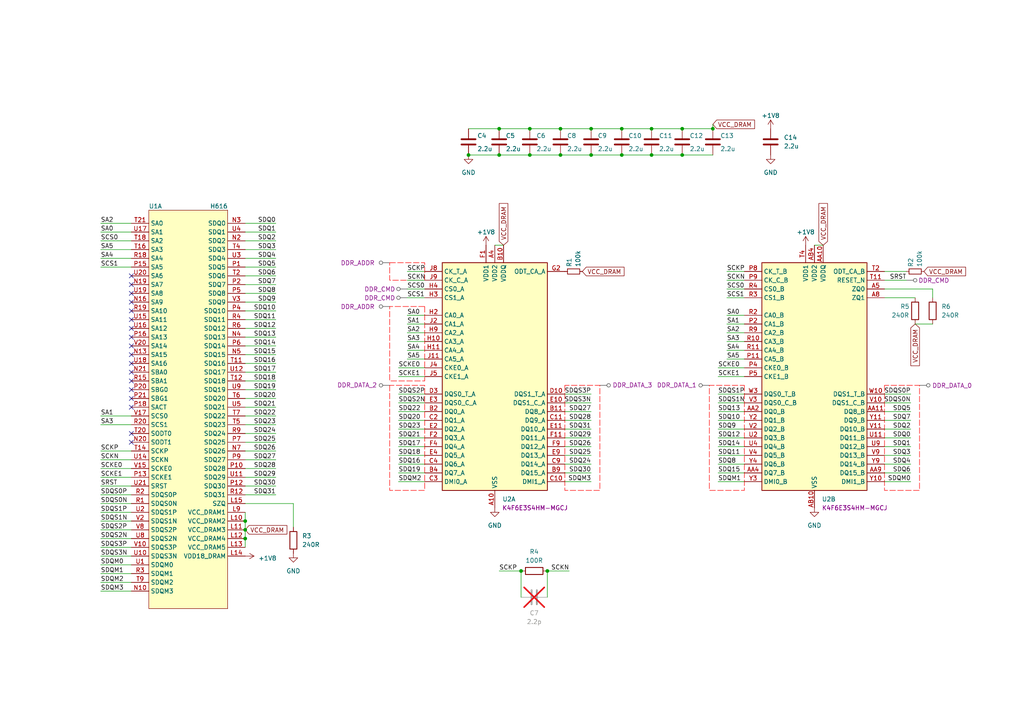
<source format=kicad_sch>
(kicad_sch (version 20250114) (generator "eeschema") (generator_version "9.0")
  (paper "A4")
  (junction (at 206.756 37.338))
  (junction (at 71.12 151.13))
  (junction (at 197.866 37.338))
  (junction (at 162.56 37.338))
  (junction (at 180.34 44.958))
  (junction (at 151.13 165.608))
  (junction (at 188.976 44.958))
  (junction (at 180.34 37.338))
  (junction (at 158.75 165.608))
  (junction (at 197.866 44.958))
  (junction (at 71.12 156.21))
  (junction (at 171.45 44.958))
  (junction (at 153.67 44.958))
  (junction (at 162.56 44.958))
  (junction (at 188.976 37.338))
  (junction (at 135.89 44.958))
  (junction (at 144.78 44.958))
  (junction (at 71.12 153.67))
  (junction (at 171.45 37.338))
  (junction (at 153.67 37.338))
  (junction (at 144.78 37.338))
  (no_connect (at 38.1 125.73))
  (no_connect (at 38.1 100.33))
  (no_connect (at 38.1 128.27))
  (no_connect (at 38.1 107.95))
  (no_connect (at 38.1 95.25))
  (no_connect (at 38.1 105.41))
  (no_connect (at 38.1 113.03))
  (no_connect (at 38.1 80.01))
  (no_connect (at 38.1 85.09))
  (no_connect (at 38.1 90.17))
  (no_connect (at 38.1 97.79))
  (no_connect (at 38.1 102.87))
  (no_connect (at 38.1 87.63))
  (no_connect (at 38.1 115.57))
  (no_connect (at 38.1 118.11))
  (no_connect (at 38.1 82.55))
  (no_connect (at 38.1 110.49))
  (no_connect (at 38.1 92.71))
  (wire (pts (xy 71.12 85.09) (xy 80.01 85.09)))
  (wire (pts (xy 236.22 71.12) (xy 238.76 71.12)))
  (wire (pts (xy 29.21 166.37) (xy 38.1 166.37)))
  (wire (pts (xy 29.21 123.19) (xy 38.1 123.19)))
  (wire (pts (xy 256.54 129.54) (xy 264.16 129.54)))
  (wire (pts (xy 256.54 139.7) (xy 264.16 139.7)))
  (wire (pts (xy 256.54 114.3) (xy 264.16 114.3)))
  (wire (pts (xy 115.57 127) (xy 123.19 127)))
  (wire (pts (xy 118.11 104.14) (xy 123.19 104.14)))
  (wire (pts (xy 71.12 125.73) (xy 80.01 125.73)))
  (wire (pts (xy 71.12 74.93) (xy 80.01 74.93)))
  (wire (pts (xy 208.28 137.16) (xy 215.9 137.16)))
  (wire (pts (xy 115.57 114.3) (xy 123.19 114.3)))
  (wire (pts (xy 256.54 121.92) (xy 264.16 121.92)))
  (wire (pts (xy 71.12 120.65) (xy 80.01 120.65)))
  (wire (pts (xy 208.28 134.62) (xy 215.9 134.62)))
  (wire (pts (xy 115.57 139.7) (xy 123.19 139.7)))
  (wire (pts (xy 270.51 83.82) (xy 256.54 83.82)))
  (wire (pts (xy 29.21 130.81) (xy 38.1 130.81)))
  (wire (pts (xy 256.54 119.38) (xy 264.16 119.38)))
  (wire (pts (xy 163.83 139.7) (xy 171.45 139.7)))
  (wire (pts (xy 118.11 83.82) (xy 123.19 83.82)))
  (wire (pts (xy 208.28 124.46) (xy 215.9 124.46)))
  (wire (pts (xy 210.82 78.74) (xy 215.9 78.74)))
  (wire (pts (xy 208.28 132.08) (xy 215.9 132.08)))
  (wire (pts (xy 71.12 80.01) (xy 80.01 80.01)))
  (wire (pts (xy 29.21 158.75) (xy 38.1 158.75)))
  (wire (pts (xy 118.11 93.98) (xy 123.19 93.98)))
  (wire (pts (xy 71.12 123.19) (xy 80.01 123.19)))
  (wire (pts (xy 29.21 74.93) (xy 38.1 74.93)))
  (wire (pts (xy 29.21 69.85) (xy 38.1 69.85)))
  (wire (pts (xy 180.34 37.338) (xy 188.976 37.338)))
  (wire (pts (xy 71.12 115.57) (xy 80.01 115.57)))
  (wire (pts (xy 206.756 36.068) (xy 206.756 37.338)))
  (wire (pts (xy 29.21 171.45) (xy 38.1 171.45)))
  (wire (pts (xy 118.11 78.74) (xy 123.19 78.74)))
  (wire (pts (xy 71.12 107.95) (xy 80.01 107.95)))
  (wire (pts (xy 208.28 127) (xy 215.9 127)))
  (wire (pts (xy 29.21 168.91) (xy 38.1 168.91)))
  (wire (pts (xy 163.83 127) (xy 171.45 127)))
  (wire (pts (xy 29.21 140.97) (xy 38.1 140.97)))
  (wire (pts (xy 85.09 146.05) (xy 85.09 152.908)))
  (wire (pts (xy 71.12 148.59) (xy 71.12 151.13)))
  (wire (pts (xy 115.57 119.38) (xy 123.19 119.38)))
  (wire (pts (xy 210.82 83.82) (xy 215.9 83.82)))
  (wire (pts (xy 165.1 165.608) (xy 158.75 165.608)))
  (wire (pts (xy 71.12 143.51) (xy 80.01 143.51)))
  (wire (pts (xy 115.57 106.68) (xy 123.19 106.68)))
  (wire (pts (xy 162.56 37.338) (xy 171.45 37.338)))
  (wire (pts (xy 115.57 129.54) (xy 123.19 129.54)))
  (wire (pts (xy 29.21 156.21) (xy 38.1 156.21)))
  (wire (pts (xy 163.83 137.16) (xy 171.45 137.16)))
  (wire (pts (xy 163.83 129.54) (xy 171.45 129.54)))
  (wire (pts (xy 197.866 44.958) (xy 206.756 44.958)))
  (wire (pts (xy 71.12 140.97) (xy 80.01 140.97)))
  (wire (pts (xy 256.54 127) (xy 264.16 127)))
  (wire (pts (xy 210.82 104.14) (xy 215.9 104.14)))
  (wire (pts (xy 210.82 99.06) (xy 215.9 99.06)))
  (wire (pts (xy 210.82 81.28) (xy 215.9 81.28)))
  (wire (pts (xy 197.866 37.338) (xy 206.756 37.338)))
  (wire (pts (xy 163.83 114.3) (xy 171.45 114.3)))
  (wire (pts (xy 188.976 37.338) (xy 197.866 37.338)))
  (wire (pts (xy 29.21 138.43) (xy 38.1 138.43)))
  (wire (pts (xy 71.12 156.21) (xy 71.12 158.75)))
  (wire (pts (xy 162.56 44.958) (xy 171.45 44.958)))
  (wire (pts (xy 153.67 37.338) (xy 162.56 37.338)))
  (wire (pts (xy 256.54 116.84) (xy 264.16 116.84)))
  (wire (pts (xy 29.21 135.89) (xy 38.1 135.89)))
  (wire (pts (xy 118.11 86.36) (xy 123.19 86.36)))
  (wire (pts (xy 135.89 44.958) (xy 144.78 44.958)))
  (wire (pts (xy 71.12 138.43) (xy 80.01 138.43)))
  (wire (pts (xy 153.67 44.958) (xy 162.56 44.958)))
  (wire (pts (xy 115.57 134.62) (xy 123.19 134.62)))
  (wire (pts (xy 118.11 101.6) (xy 123.19 101.6)))
  (wire (pts (xy 208.28 139.7) (xy 215.9 139.7)))
  (wire (pts (xy 163.83 134.62) (xy 171.45 134.62)))
  (wire (pts (xy 163.83 119.38) (xy 171.45 119.38)))
  (wire (pts (xy 208.28 121.92) (xy 215.9 121.92)))
  (wire (pts (xy 118.11 96.52) (xy 123.19 96.52)))
  (wire (pts (xy 210.82 101.6) (xy 215.9 101.6)))
  (wire (pts (xy 71.12 153.67) (xy 71.12 156.21)))
  (wire (pts (xy 270.51 86.36) (xy 270.51 83.82)))
  (wire (pts (xy 29.21 161.29) (xy 38.1 161.29)))
  (wire (pts (xy 118.11 81.28) (xy 123.19 81.28)))
  (wire (pts (xy 144.78 165.608) (xy 151.13 165.608)))
  (wire (pts (xy 29.21 146.05) (xy 38.1 146.05)))
  (wire (pts (xy 71.12 113.03) (xy 80.01 113.03)))
  (wire (pts (xy 144.78 37.338) (xy 153.67 37.338)))
  (wire (pts (xy 208.28 106.68) (xy 215.9 106.68)))
  (wire (pts (xy 71.12 128.27) (xy 80.01 128.27)))
  (wire (pts (xy 210.82 86.36) (xy 215.9 86.36)))
  (wire (pts (xy 71.12 67.31) (xy 80.01 67.31)))
  (wire (pts (xy 71.12 72.39) (xy 80.01 72.39)))
  (wire (pts (xy 71.12 64.77) (xy 80.01 64.77)))
  (wire (pts (xy 71.12 95.25) (xy 80.01 95.25)))
  (wire (pts (xy 85.09 146.05) (xy 71.12 146.05)))
  (wire (pts (xy 115.57 116.84) (xy 123.19 116.84)))
  (wire (pts (xy 29.21 77.47) (xy 38.1 77.47)))
  (wire (pts (xy 144.78 44.958) (xy 153.67 44.958)))
  (wire (pts (xy 210.82 91.44) (xy 215.9 91.44)))
  (wire (pts (xy 171.45 37.338) (xy 180.34 37.338)))
  (wire (pts (xy 29.21 133.35) (xy 38.1 133.35)))
  (wire (pts (xy 71.12 151.13) (xy 71.12 153.67)))
  (wire (pts (xy 29.21 163.83) (xy 38.1 163.83)))
  (wire (pts (xy 29.21 67.31) (xy 38.1 67.31)))
  (wire (pts (xy 29.21 151.13) (xy 38.1 151.13)))
  (wire (pts (xy 256.54 124.46) (xy 264.16 124.46)))
  (wire (pts (xy 256.54 134.62) (xy 264.16 134.62)))
  (wire (pts (xy 29.21 120.65) (xy 38.1 120.65)))
  (wire (pts (xy 71.12 130.81) (xy 80.01 130.81)))
  (wire (pts (xy 210.82 96.52) (xy 215.9 96.52)))
  (wire (pts (xy 256.54 86.36) (xy 265.43 86.36)))
  (wire (pts (xy 180.34 44.958) (xy 188.976 44.958)))
  (wire (pts (xy 208.28 129.54) (xy 215.9 129.54)))
  (wire (pts (xy 163.83 121.92) (xy 171.45 121.92)))
  (wire (pts (xy 208.28 116.84) (xy 215.9 116.84)))
  (wire (pts (xy 265.43 93.98) (xy 270.51 93.98)))
  (wire (pts (xy 29.21 72.39) (xy 38.1 72.39)))
  (wire (pts (xy 118.11 99.06) (xy 123.19 99.06)))
  (wire (pts (xy 163.83 132.08) (xy 171.45 132.08)))
  (wire (pts (xy 71.12 102.87) (xy 80.01 102.87)))
  (wire (pts (xy 71.12 77.47) (xy 80.01 77.47)))
  (wire (pts (xy 256.54 132.08) (xy 264.16 132.08)))
  (wire (pts (xy 71.12 100.33) (xy 80.01 100.33)))
  (wire (pts (xy 115.57 137.16) (xy 123.19 137.16)))
  (wire (pts (xy 71.12 135.89) (xy 80.01 135.89)))
  (wire (pts (xy 115.57 124.46) (xy 123.19 124.46)))
  (wire (pts (xy 143.51 71.12) (xy 146.05 71.12)))
  (wire (pts (xy 256.54 137.16) (xy 264.16 137.16)))
  (wire (pts (xy 188.976 44.958) (xy 197.866 44.958)))
  (wire (pts (xy 135.89 37.338) (xy 144.78 37.338)))
  (wire (pts (xy 208.28 114.3) (xy 215.9 114.3)))
  (wire (pts (xy 29.21 153.67) (xy 38.1 153.67)))
  (wire (pts (xy 158.75 165.608) (xy 158.75 173.228)))
  (wire (pts (xy 71.12 90.17) (xy 80.01 90.17)))
  (wire (pts (xy 115.57 109.22) (xy 123.19 109.22)))
  (wire (pts (xy 71.12 118.11) (xy 80.01 118.11)))
  (wire (pts (xy 208.28 119.38) (xy 215.9 119.38)))
  (wire (pts (xy 29.21 64.77) (xy 38.1 64.77)))
  (wire (pts (xy 71.12 69.85) (xy 80.01 69.85)))
  (wire (pts (xy 71.12 97.79) (xy 80.01 97.79)))
  (wire (pts (xy 210.82 93.98) (xy 215.9 93.98)))
  (wire (pts (xy 262.89 78.74) (xy 256.54 78.74)))
  (wire (pts (xy 208.28 109.22) (xy 215.9 109.22)))
  (wire (pts (xy 163.83 116.84) (xy 171.45 116.84)))
  (wire (pts (xy 71.12 105.41) (xy 80.01 105.41)))
  (wire (pts (xy 118.11 91.44) (xy 123.19 91.44)))
  (wire (pts (xy 171.45 44.958) (xy 180.34 44.958)))
  (wire (pts (xy 71.12 92.71) (xy 80.01 92.71)))
  (wire (pts (xy 71.12 82.55) (xy 80.01 82.55)))
  (wire (pts (xy 29.21 143.51) (xy 38.1 143.51)))
  (wire (pts (xy 151.13 165.608) (xy 151.13 173.228)))
  (wire (pts (xy 29.21 148.59) (xy 38.1 148.59)))
  (wire (pts (xy 71.12 133.35) (xy 80.01 133.35)))
  (wire (pts (xy 71.12 110.49) (xy 80.01 110.49)))
  (wire (pts (xy 115.57 132.08) (xy 123.19 132.08)))
  (wire (pts (xy 71.12 87.63) (xy 80.01 87.63)))
  (wire (pts (xy 256.54 81.28) (xy 262.89 81.28)))
  (wire (pts (xy 115.57 121.92) (xy 123.19 121.92)))
  (wire (pts (xy 163.83 124.46) (xy 171.45 124.46)))
  (label "SDQ8" (at 80.01 85.09 180))
  (label "SDQS2P" (at 29.21 153.67 0))
  (label "SDQ1" (at 264.16 129.54 180))
  (label "SA4" (at 118.11 101.6 0))
  (label "SDQ11" (at 80.01 92.71 180))
  (label "SCS0" (at 210.82 83.82 0))
  (label "SCKP" (at 144.78 165.608 0))
  (label "SA0" (at 29.21 67.31 0))
  (label "SRST" (at 29.21 140.97 0))
  (label "SDQ13" (at 208.28 119.38 0))
  (label "SCKN" (at 165.1 165.608 180))
  (label "SA3" (at 29.21 123.19 0))
  (label "SDQ30" (at 80.01 140.97 180))
  (label "SDQ6" (at 80.01 80.01 180))
  (label "SCKE1" (at 208.28 109.22 0))
  (label "SA0" (at 210.82 91.44 0))
  (label "SDQM1" (at 29.21 166.37 0))
  (label "SDQS0P" (at 264.16 114.3 180))
  (label "SCS1" (at 210.82 86.36 0))
  (label "SDQ15" (at 208.28 137.16 0))
  (label "SDQ4" (at 80.01 74.93 180))
  (label "SDQ28" (at 171.45 121.92 180))
  (label "SA3" (at 118.11 99.06 0))
  (label "SA1" (at 210.82 93.98 0))
  (label "SDQ2" (at 264.16 124.46 180))
  (label "SDQ24" (at 171.45 134.62 180))
  (label "SA1" (at 29.21 120.65 0))
  (label "SDQS0P" (at 29.21 143.51 0))
  (label "SDQ24" (at 80.01 125.73 180))
  (label "SA0" (at 118.11 91.44 0))
  (label "SDQ21" (at 115.57 127 0))
  (label "SDQ5" (at 264.16 119.38 180))
  (label "SDQ12" (at 208.28 127 0))
  (label "SDQ20" (at 80.01 115.57 180))
  (label "SDQ21" (at 80.01 118.11 180))
  (label "SCKP" (at 210.82 78.74 0))
  (label "SDQ5" (at 80.01 77.47 180))
  (label "SDQS3N" (at 171.45 116.84 180))
  (label "SDQ15" (at 80.01 102.87 180))
  (label "SDQ25" (at 80.01 128.27 180))
  (label "SDQS0N" (at 29.21 146.05 0))
  (label "SA5" (at 210.82 104.14 0))
  (label "SDQS3P" (at 29.21 158.75 0))
  (label "SDQ17" (at 80.01 107.95 180))
  (label "SDQ4" (at 264.16 134.62 180))
  (label "SCKP" (at 118.11 78.74 0))
  (label "SDQ27" (at 171.45 119.38 180))
  (label "SCKP" (at 29.21 130.81 0))
  (label "SDQ23" (at 80.01 123.19 180))
  (label "SDQ29" (at 80.01 138.43 180))
  (label "SDQ9" (at 80.01 87.63 180))
  (label "SDQ10" (at 80.01 90.17 180))
  (label "SDQ7" (at 264.16 121.92 180))
  (label "SDQ31" (at 80.01 143.51 180))
  (label "SCKN" (at 29.21 133.35 0))
  (label "SCKE1" (at 29.21 138.43 0))
  (label "SDQM3" (at 29.21 171.45 0))
  (label "SDQ8" (at 208.28 134.62 0))
  (label "SA2" (at 29.21 64.77 0))
  (label "SDQ13" (at 80.01 97.79 180))
  (label "SDQS2N" (at 29.21 156.21 0))
  (label "SDQ10" (at 208.28 121.92 0))
  (label "SDQ16" (at 115.57 134.62 0))
  (label "SA1" (at 118.11 93.98 0))
  (label "SDQS2N" (at 115.57 116.84 0))
  (label "SA5" (at 118.11 104.14 0))
  (label "SDQ17" (at 115.57 129.54 0))
  (label "SDQ1" (at 80.01 67.31 180))
  (label "SA4" (at 210.82 101.6 0))
  (label "SCS1" (at 29.21 77.47 0))
  (label "SDQM0" (at 264.16 139.7 180))
  (label "SDQ28" (at 80.01 135.89 180))
  (label "SCKN" (at 118.11 81.28 0))
  (label "SDQ6" (at 264.16 137.16 180))
  (label "SDQ3" (at 264.16 132.08 180))
  (label "SDQ26" (at 171.45 129.54 180))
  (label "SDQ22" (at 115.57 119.38 0))
  (label "SCS0" (at 29.21 69.85 0))
  (label "SDQ2" (at 80.01 69.85 180))
  (label "SDQ3" (at 80.01 72.39 180))
  (label "SDQS1P" (at 208.28 114.3 0))
  (label "SA2" (at 118.11 96.52 0))
  (label "SDQ11" (at 208.28 132.08 0))
  (label "SCKE0" (at 29.21 135.89 0))
  (label "SDQ14" (at 208.28 129.54 0))
  (label "SA3" (at 210.82 99.06 0))
  (label "SDQ20" (at 115.57 121.92 0))
  (label "SDQ14" (at 80.01 100.33 180))
  (label "SCS0" (at 118.11 83.82 0))
  (label "SCS1" (at 118.11 86.36 0))
  (label "SDQM0" (at 29.21 163.83 0))
  (label "SDQM1" (at 208.28 139.7 0))
  (label "SDQM2" (at 115.57 139.7 0))
  (label "SDQ27" (at 80.01 133.35 180))
  (label "SDQS1N" (at 208.28 116.84 0))
  (label "SDQS2P" (at 115.57 114.3 0))
  (label "SDQ29" (at 171.45 127 180))
  (label "SDQM2" (at 29.21 168.91 0))
  (label "SDQ7" (at 80.01 82.55 180))
  (label "SDQ23" (at 115.57 124.46 0))
  (label "SDQS1N" (at 29.21 151.13 0))
  (label "SDQS3N" (at 29.21 161.29 0))
  (label "SCKN" (at 210.82 81.28 0))
  (label "SDQM3" (at 171.45 139.7 180))
  (label "SDQ0" (at 80.01 64.77 180))
  (label "SDQ9" (at 208.28 124.46 0))
  (label "SDQ25" (at 171.45 132.08 180))
  (label "SA4" (at 29.21 74.93 0))
  (label "SDQ19" (at 80.01 113.03 180))
  (label "SDQ19" (at 115.57 137.16 0))
  (label "SDQ18" (at 80.01 110.49 180))
  (label "SDQ22" (at 80.01 120.65 180))
  (label "SDQ18" (at 115.57 132.08 0))
  (label "SDQS0N" (at 264.16 116.84 180))
  (label "SDQ0" (at 264.16 127 180))
  (label "SCKE1" (at 115.57 109.22 0))
  (label "SDQ30" (at 171.45 137.16 180))
  (label "SDQ16" (at 80.01 105.41 180))
  (label "SA5" (at 29.21 72.39 0))
  (label "SDQS1P" (at 29.21 148.59 0))
  (label "SA2" (at 210.82 96.52 0))
  (label "SCKE0" (at 208.28 106.68 0))
  (label "SCKE0" (at 115.57 106.68 0))
  (label "SDQ26" (at 80.01 130.81 180))
  (label "SDQ31" (at 171.45 124.46 180))
  (label "SDQS3P" (at 171.45 114.3 180))
  (label "SDQ12" (at 80.01 95.25 180))
  (label "SRST" (at 262.89 81.28 180))
  (global_label "VCC_DRAM" (shape input) (at 206.756 36.068 0) (property "Intersheetrefs" "${INTERSHEET_REFS}" (effects (hide yes))))
  (global_label "VCC_DRAM" (shape input) (at 267.97 78.74 0) (property "Intersheetrefs" "${INTERSHEET_REFS}" (effects (hide yes))))
  (global_label "VCC_DRAM" (shape input) (at 146.05 71.12 90) (property "Intersheetrefs" "${INTERSHEET_REFS}" (effects (hide yes))))
  (global_label "VCC_DRAM" (shape input) (at 265.43 93.98 270) (property "Intersheetrefs" "${INTERSHEET_REFS}" (effects (hide yes))))
  (global_label "VCC_DRAM" (shape input) (at 238.76 71.12 90) (property "Intersheetrefs" "${INTERSHEET_REFS}" (effects (hide yes))))
  (global_label "VCC_DRAM" (shape input) (at 168.91 78.74 0) (property "Intersheetrefs" "${INTERSHEET_REFS}" (effects (hide yes))))
  (global_label "VCC_DRAM" (shape input) (at 71.12 153.67 0) (property "Intersheetrefs" "${INTERSHEET_REFS}" (effects (hide yes))))
  (rule_area (polyline (pts (xy 163.83 111.76) (xy 163.83 142.24) (xy 173.99 142.24) (xy 173.99 111.76)) (stroke (width 0) (type dash))))
  (rule_area (polyline (pts (xy 113.03 111.76) (xy 113.03 142.24) (xy 123.19 142.24) (xy 123.19 111.76)) (stroke (width 0) (type dash))))
  (rule_area (polyline (pts (xy 123.19 88.9) (xy 123.19 110.49) (xy 113.03 110.49) (xy 113.03 88.9)) (stroke (width 0) (type dash))))
  (rule_area (polyline (pts (xy 215.9 111.76) (xy 215.9 142.24) (xy 205.74 142.24) (xy 205.74 111.76)) (stroke (width 0) (type dash))))
  (rule_area (polyline (pts (xy 113.03 76.2) (xy 123.19 76.2) (xy 123.19 81.28) (xy 113.03 81.28)) (stroke (width 0) (type dash))))
  (rule_area (polyline (pts (xy 256.54 111.76) (xy 256.54 142.24) (xy 266.7 142.24) (xy 266.7 111.76)) (stroke (width 0) (type dash))))
  (netclass_flag "" (length 2.54) (shape round) (at 205.74 111.76 90) (property "Netclass" "DDR_DATA_1" (at 190.5 111.6965 0) (effects (justify left))))
  (netclass_flag "" (length 2.54) (shape round) (at 113.03 88.9 90) (property "Netclass" "DDR_ADDR" (at 98.806 88.9635 0) (effects (justify left))))
  (netclass_flag "" (length 2.54) (shape round) (at 173.99 111.76 270) (property "Netclass" "DDR_DATA_3" (at 189.23 111.6965 0) (effects (justify right))))
  (netclass_flag "" (length 2.54) (shape round) (at 113.03 111.76 90) (property "Netclass" "DDR_DATA_2" (at 97.79 111.6965 0) (effects (justify left))))
  (netclass_flag "" (length 2.54) (shape round) (at 113.03 76.2 90) (property "Netclass" "DDR_ADDR" (at 98.806 76.2635 0) (effects (justify left))))
  (netclass_flag "" (length 2.54) (shape round) (at 262.89 81.28 270) (property "Netclass" "DDR_CMD" (at 275.336 81.3435 0) (effects (justify right))))
  (netclass_flag "" (length 2.54) (shape round) (at 118.11 86.36 90) (property "Netclass" "DDR_CMD" (at 105.664 86.4235 0) (effects (justify left))))
  (netclass_flag "" (length 2.54) (shape round) (at 266.7 111.76 270) (property "Netclass" "DDR_DATA_0" (at 281.94 111.8235 0) (effects (justify right))))
  (netclass_flag "" (length 2.54) (shape round) (at 118.11 83.82 90) (property "Netclass" "DDR_CMD" (at 105.664 83.8835 0) (effects (justify left))))
  (symbol (lib_id "power:+1V8") (at 223.52 37.338 0) (unit 1)
    (property "Reference" "#PWR08" (effects (hide yes)))
    (property "Value" "+1V8" (at 223.52 33.528 0))
  )
  (symbol (lib_id "Device:C") (at 180.34 41.148 0) (unit 1)
    (property "Reference" "C10" (at 182.245 39.37 0) (effects (justify left)))
    (property "Value" "2.2u" (at 182.245 43.18 0) (effects (justify left)))
    (property "Footprint" "Capacitor_SMD:C_0402_1005Metric_Pad0.74x0.62mm_HandSolder" (effects (hide yes)))
    (property "Manufacturer" "Samsung Electro-Mechanics" (effects (hide yes)))
    (property "Part Number" "CL05A225KO5NQNC" (effects (hide yes)))
  )
  (symbol (lib_id "Device:C") (at 223.52 41.148 0) (unit 1)
    (property "Reference" "C14" (at 227.33 39.878 0) (effects (justify left)))
    (property "Value" "2.2u" (at 227.33 42.418 0) (effects (justify left)))
    (property "Footprint" "Capacitor_SMD:C_0402_1005Metric_Pad0.74x0.62mm_HandSolder" (effects (hide yes)))
    (property "Manufacturer" "Samsung Electro-Mechanics" (effects (hide yes)))
    (property "Part Number" "CL05A225KO5NQNC" (effects (hide yes)))
  )
  (symbol (lib_id "power:+1V8") (at 71.12 161.29 270) (unit 1)
    (property "Reference" "#PWR01" (effects (hide yes)))
    (property "Value" "+1V8" (at 74.93 161.925 90) (effects (justify left)))
  )
  (symbol (lib_id "H616_lib:H616") (at 50.8 58.42 0) (unit 1)
    (property "Reference" "U1" (at 45.085 59.817 0))
    (property "Value" "H616" (at 63.5 59.817 0))
    (property "Footprint" "projectlib:H616_TFBGA284" (effects (hide yes)))
    (property "Manufacturer" "Allwinner Tech" (effects (hide yes)))
    (property "Part Number" "H616" (effects (hide yes)))
  )
  (symbol (lib_id "Device:R_Small") (at 166.37 78.74 90) (unit 1)
    (property "Reference" "R1" (at 165.1 77.47 0) (effects (justify left)))
    (property "Value" "100k" (at 167.64 77.47 0) (effects (justify left)))
    (property "Footprint" "Resistor_SMD:R_0402_1005Metric_Pad0.72x0.64mm_HandSolder" (effects (hide yes)))
    (property "Manufacturer" "YAGEO" (effects (hide yes)))
    (property "Part Number" "RC0402FR-07100KL" (effects (hide yes)))
  )
  (symbol (lib_id "power:GND") (at 143.51 147.32 0) (unit 1)
    (property "Reference" "#PWR05" (effects (hide yes)))
    (property "Value" "GND" (at 143.51 152.4 0))
  )
  (symbol (lib_id "Device:R") (at 154.94 165.608 90) (unit 1)
    (property "Reference" "R4" (at 154.94 160.02 90))
    (property "Value" "100R" (at 154.94 162.56 90))
    (property "Footprint" "Resistor_SMD:R_0402_1005Metric_Pad0.72x0.64mm_HandSolder" (effects (hide yes)))
    (property "Manufacturer" "YAGEO" (effects (hide yes)))
    (property "Part Number" "RC0402FR-07100RL" (effects (hide yes)))
  )
  (symbol (lib_id "power:GND") (at 85.09 160.528 0) (unit 1)
    (property "Reference" "#PWR03" (effects (hide yes)))
    (property "Value" "GND" (at 85.09 165.608 0))
  )
  (symbol (lib_id "Device:R_Small") (at 265.43 78.74 90) (unit 1)
    (property "Reference" "R2" (at 264.16 77.47 0) (effects (justify left)))
    (property "Value" "100k" (at 266.7 77.47 0) (effects (justify left)))
    (property "Footprint" "Resistor_SMD:R_0402_1005Metric_Pad0.72x0.64mm_HandSolder" (effects (hide yes)))
    (property "Manufacturer" "YAGEO" (effects (hide yes)))
    (property "Part Number" "RC0402FR-07100KL" (effects (hide yes)))
  )
  (symbol (lib_id "Device:C") (at 171.45 41.148 0) (unit 1)
    (property "Reference" "C9" (at 173.355 39.37 0) (effects (justify left)))
    (property "Value" "2.2u" (at 173.355 43.18 0) (effects (justify left)))
    (property "Footprint" "Capacitor_SMD:C_0402_1005Metric_Pad0.74x0.62mm_HandSolder" (effects (hide yes)))
    (property "Manufacturer" "Samsung Electro-Mechanics" (effects (hide yes)))
    (property "Part Number" "CL05A225KO5NQNC" (effects (hide yes)))
  )
  (symbol (lib_id "Device:C") (at 162.56 41.148 0) (unit 1)
    (property "Reference" "C8" (at 164.465 39.37 0) (effects (justify left)))
    (property "Value" "2.2u" (at 164.465 43.18 0) (effects (justify left)))
    (property "Footprint" "Capacitor_SMD:C_0402_1005Metric_Pad0.74x0.62mm_HandSolder" (effects (hide yes)))
    (property "Manufacturer" "Samsung Electro-Mechanics" (effects (hide yes)))
    (property "Part Number" "CL05A225KO5NQNC" (effects (hide yes)))
  )
  (symbol (lib_id "power:GND") (at 135.89 44.958 0) (unit 1)
    (property "Reference" "#PWR04" (effects (hide yes)))
    (property "Value" "GND" (at 135.89 50.038 0))
  )
  (symbol (lib_id "Device:R") (at 85.09 156.718 0) (unit 1)
    (property "Reference" "R3" (at 87.63 155.448 0) (effects (justify left)))
    (property "Value" "240R" (at 87.63 157.988 0) (effects (justify left)))
    (property "Footprint" "Resistor_SMD:R_0402_1005Metric_Pad0.72x0.64mm_HandSolder" (effects (hide yes)))
    (property "Manufacturer" "YAGEO" (effects (hide yes)))
    (property "Part Number" "RC0402FR-07240RL" (effects (hide yes)))
  )
  (symbol (lib_id "Device:R") (at 265.43 90.17 0) (mirror y) (unit 1)
    (property "Reference" "R5" (at 261.112 88.8999 0) (effects (justify right)))
    (property "Value" "240R" (at 258.572 91.4399 0) (effects (justify right)))
    (property "Footprint" "Resistor_SMD:R_0402_1005Metric_Pad0.72x0.64mm_HandSolder" (effects (hide yes)))
    (property "Manufacturer" "YAGEO" (effects (hide yes)))
    (property "Part Number" "RC0402FR-07240RL" (effects (hide yes)))
  )
  (symbol (lib_id "Device:C") (at 154.94 173.228 90) (unit 1) (dnp yes)
    (property "Reference" "C7" (at 154.94 177.8 90))
    (property "Value" "2.2p" (at 154.94 180.34 90))
    (property "Footprint" "Capacitor_SMD:C_0402_1005Metric_Pad0.74x0.62mm_HandSolder" (effects (hide yes)))
  )
  (symbol (lib_id "Device:C") (at 153.67 41.148 0) (unit 1)
    (property "Reference" "C6" (at 155.575 39.37 0) (effects (justify left)))
    (property "Value" "2.2u" (at 155.575 43.18 0) (effects (justify left)))
    (property "Footprint" "Capacitor_SMD:C_0402_1005Metric_Pad0.74x0.62mm_HandSolder" (effects (hide yes)))
    (property "Manufacturer" "Samsung Electro-Mechanics" (effects (hide yes)))
    (property "Part Number" "CL05A225KO5NQNC" (effects (hide yes)))
  )
  (symbol (lib_name "IS43LQ32256A-062BLI_1") (lib_id "Memory_RAM:IS43LQ32256A-062BLI") (at 143.51 109.22 0) (unit 1)
    (property "Reference" "U2" (at 145.7041 144.78 0) (effects (justify left)))
    (property "Value" "IS43LQ32256A-062BLI" (effects (hide yes)))
    (property "Footprint" "Package_BGA:BGA-200_10.0x14.5mm_Layout12x22_P0.80x0.65mm" (effects (hide yes)))
    (property "Datasheet" "http://www.issi.com/WW/pdf/43-46LQ32256A-AL.pdf" (effects (hide yes)))
    (property "Description" "256Mx32 bit Low Power Double Data Rate 4 (LPDDR4) SDRAM, 1600 MHz, Industrial, BGA-200" (effects (hide yes)))
    (property "Manufacturer" "SAMSUNG" (effects (hide yes)))
    (property "Part Number" "K4F6E3S4HM-MGCJ" (at 155.194 147.32 0))
  )
  (symbol (lib_id "power:GND") (at 236.22 147.32 0) (unit 1)
    (property "Reference" "#PWR0147" (effects (hide yes)))
    (property "Value" "GND" (at 236.22 152.4 0))
  )
  (symbol (lib_id "Device:C") (at 135.89 41.148 0) (unit 1)
    (property "Reference" "C4" (at 138.43 39.37 0) (effects (justify left)))
    (property "Value" "2.2u" (at 138.43 43.18 0) (effects (justify left)))
    (property "Footprint" "Capacitor_SMD:C_0402_1005Metric_Pad0.74x0.62mm_HandSolder" (effects (hide yes)))
    (property "Manufacturer" "Samsung Electro-Mechanics" (effects (hide yes)))
    (property "Part Number" "CL05A225KO5NQNC" (effects (hide yes)))
  )
  (symbol (lib_id "Device:C") (at 188.976 41.148 0) (unit 1)
    (property "Reference" "C11" (at 191.135 39.37 0) (effects (justify left)))
    (property "Value" "2.2u" (at 191.135 43.18 0) (effects (justify left)))
    (property "Footprint" "Capacitor_SMD:C_0402_1005Metric_Pad0.74x0.62mm_HandSolder" (effects (hide yes)))
    (property "Manufacturer" "Samsung Electro-Mechanics" (effects (hide yes)))
    (property "Part Number" "CL05A225KO5NQNC" (effects (hide yes)))
  )
  (symbol (lib_id "Device:R") (at 270.51 90.17 0) (unit 1)
    (property "Reference" "R6" (at 273.05 88.9 0) (effects (justify left)))
    (property "Value" "240R" (at 273.05 91.44 0) (effects (justify left)))
    (property "Footprint" "Resistor_SMD:R_0402_1005Metric_Pad0.72x0.64mm_HandSolder" (effects (hide yes)))
    (property "Manufacturer" "YAGEO" (effects (hide yes)))
    (property "Part Number" "RC0402FR-07240RL" (effects (hide yes)))
  )
  (symbol (lib_id "power:+1V8") (at 233.68 71.12 0) (unit 1)
    (property "Reference" "#PWR015" (effects (hide yes)))
    (property "Value" "+1V8" (at 233.68 67.31 0))
  )
  (symbol (lib_id "Device:C") (at 144.78 41.148 0) (unit 1)
    (property "Reference" "C5" (at 146.685 39.37 0) (effects (justify left)))
    (property "Value" "2.2u" (at 146.685 43.18 0) (effects (justify left)))
    (property "Footprint" "Capacitor_SMD:C_0402_1005Metric_Pad0.74x0.62mm_HandSolder" (effects (hide yes)))
    (property "Manufacturer" "Samsung Electro-Mechanics" (effects (hide yes)))
    (property "Part Number" "CL05A225KO5NQNC" (effects (hide yes)))
  )
  (symbol (lib_id "Device:C") (at 197.866 41.148 0) (unit 1)
    (property "Reference" "C12" (at 200.025 39.37 0) (effects (justify left)))
    (property "Value" "2.2u" (at 200.025 43.18 0) (effects (justify left)))
    (property "Footprint" "Capacitor_SMD:C_0402_1005Metric_Pad0.74x0.62mm_HandSolder" (effects (hide yes)))
    (property "Manufacturer" "Samsung Electro-Mechanics" (effects (hide yes)))
    (property "Part Number" "CL05A225KO5NQNC" (effects (hide yes)))
  )
  (symbol (lib_id "power:GND") (at 223.52 44.958 0) (unit 1)
    (property "Reference" "#PWR09" (effects (hide yes)))
    (property "Value" "GND" (at 223.52 50.038 0))
  )
  (symbol (lib_id "Device:C") (at 206.756 41.148 0) (unit 1)
    (property "Reference" "C13" (at 208.915 39.37 0) (effects (justify left)))
    (property "Value" "2.2u" (at 208.915 43.18 0) (effects (justify left)))
    (property "Footprint" "Capacitor_SMD:C_0402_1005Metric_Pad0.74x0.62mm_HandSolder" (effects (hide yes)))
    (property "Manufacturer" "Samsung Electro-Mechanics" (effects (hide yes)))
    (property "Part Number" "CL05A225KO5NQNC" (effects (hide yes)))
  )
  (symbol (lib_id "Memory_RAM:IS43LQ32256A-062BLI") (at 236.22 109.22 0) (unit 2)
    (property "Reference" "U2" (at 238.3633 144.78 0) (effects (justify left)))
    (property "Value" "IS43LQ32256A-062BLI" (effects (hide yes)))
    (property "Footprint" "Package_BGA:BGA-200_10.0x14.5mm_Layout12x22_P0.80x0.65mm" (effects (hide yes)))
    (property "Datasheet" "http://www.issi.com/WW/pdf/43-46LQ32256A-AL.pdf" (effects (hide yes)))
    (property "Description" "256Mx32 bit Low Power Double Data Rate 4 (LPDDR4) SDRAM, 1600 MHz, Industrial, BGA-200" (effects (hide yes)))
    (property "Manufacturer" "SAMSUNG" (effects (hide yes)))
    (property "Part Number" "K4F6E3S4HM-MGCJ" (at 238.3633 147.32 0) (effects (justify left)))
  )
  (symbol (lib_id "power:+1V8") (at 140.97 71.12 0) (unit 1)
    (property "Reference" "#PWR014" (effects (hide yes)))
    (property "Value" "+1V8" (at 140.97 67.31 0))
  )
)
</source>
